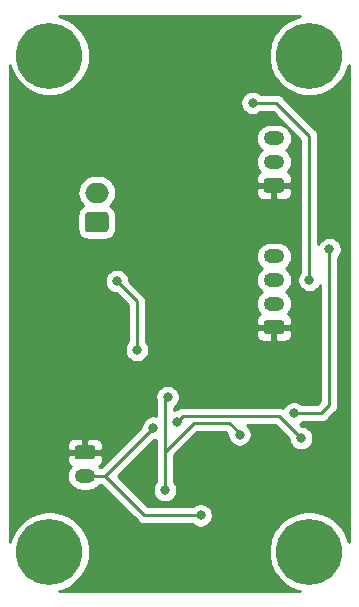
<source format=gbr>
%TF.GenerationSoftware,KiCad,Pcbnew,(5.1.12)-1*%
%TF.CreationDate,2023-02-18T19:15:58+02:00*%
%TF.ProjectId,BatteryPowerPCB_SPV,42617474-6572-4795-906f-776572504342,rev?*%
%TF.SameCoordinates,Original*%
%TF.FileFunction,Copper,L2,Bot*%
%TF.FilePolarity,Positive*%
%FSLAX46Y46*%
G04 Gerber Fmt 4.6, Leading zero omitted, Abs format (unit mm)*
G04 Created by KiCad (PCBNEW (5.1.12)-1) date 2023-02-18 19:15:58*
%MOMM*%
%LPD*%
G01*
G04 APERTURE LIST*
%TA.AperFunction,ComponentPad*%
%ADD10C,5.600000*%
%TD*%
%TA.AperFunction,ComponentPad*%
%ADD11O,2.000000X1.700000*%
%TD*%
%TA.AperFunction,ComponentPad*%
%ADD12O,1.750000X1.200000*%
%TD*%
%TA.AperFunction,ViaPad*%
%ADD13C,0.800000*%
%TD*%
%TA.AperFunction,Conductor*%
%ADD14C,0.250000*%
%TD*%
%TA.AperFunction,Conductor*%
%ADD15C,0.254000*%
%TD*%
%TA.AperFunction,Conductor*%
%ADD16C,0.100000*%
%TD*%
G04 APERTURE END LIST*
D10*
%TO.P,REF\u002A\u002A,1*%
%TO.N,N/C*%
X39000000Y-61000000D03*
%TD*%
%TO.P,REF\u002A\u002A,1*%
%TO.N,N/C*%
X17000000Y-61000000D03*
%TD*%
%TO.P,REF\u002A\u002A,1*%
%TO.N,N/C*%
X39000000Y-19000000D03*
%TD*%
%TO.P,REF\u002A\u002A,1*%
%TO.N,N/C*%
X17000000Y-19000000D03*
%TD*%
%TO.P,J1,1*%
%TO.N,-BATT*%
%TA.AperFunction,ComponentPad*%
G36*
G01*
X21750000Y-33950000D02*
X20250000Y-33950000D01*
G75*
G02*
X20000000Y-33700000I0J250000D01*
G01*
X20000000Y-32500000D01*
G75*
G02*
X20250000Y-32250000I250000J0D01*
G01*
X21750000Y-32250000D01*
G75*
G02*
X22000000Y-32500000I0J-250000D01*
G01*
X22000000Y-33700000D01*
G75*
G02*
X21750000Y-33950000I-250000J0D01*
G01*
G37*
%TD.AperFunction*%
D11*
%TO.P,J1,2*%
%TO.N,Net-(J1-Pad2)*%
X21000000Y-30600000D03*
%TD*%
%TO.P,J2,1*%
%TO.N,GND*%
%TA.AperFunction,ComponentPad*%
G36*
G01*
X19374999Y-52000000D02*
X20625001Y-52000000D01*
G75*
G02*
X20875000Y-52249999I0J-249999D01*
G01*
X20875000Y-52950001D01*
G75*
G02*
X20625001Y-53200000I-249999J0D01*
G01*
X19374999Y-53200000D01*
G75*
G02*
X19125000Y-52950001I0J249999D01*
G01*
X19125000Y-52249999D01*
G75*
G02*
X19374999Y-52000000I249999J0D01*
G01*
G37*
%TD.AperFunction*%
D12*
%TO.P,J2,2*%
%TO.N,Net-(C4-Pad1)*%
X20000000Y-54600000D03*
%TD*%
%TO.P,J3,1*%
%TO.N,GND*%
%TA.AperFunction,ComponentPad*%
G36*
G01*
X36625001Y-42600000D02*
X35374999Y-42600000D01*
G75*
G02*
X35125000Y-42350001I0J249999D01*
G01*
X35125000Y-41649999D01*
G75*
G02*
X35374999Y-41400000I249999J0D01*
G01*
X36625001Y-41400000D01*
G75*
G02*
X36875000Y-41649999I0J-249999D01*
G01*
X36875000Y-42350001D01*
G75*
G02*
X36625001Y-42600000I-249999J0D01*
G01*
G37*
%TD.AperFunction*%
%TO.P,J3,2*%
%TO.N,/SDA_DQ*%
X36000000Y-40000000D03*
%TO.P,J3,3*%
%TO.N,/SCL*%
X36000000Y-38000000D03*
%TO.P,J3,4*%
%TO.N,/INT*%
X36000000Y-36000000D03*
%TD*%
%TO.P,J4,1*%
%TO.N,GND*%
%TA.AperFunction,ComponentPad*%
G36*
G01*
X36625001Y-30600000D02*
X35374999Y-30600000D01*
G75*
G02*
X35125000Y-30350001I0J249999D01*
G01*
X35125000Y-29649999D01*
G75*
G02*
X35374999Y-29400000I249999J0D01*
G01*
X36625001Y-29400000D01*
G75*
G02*
X36875000Y-29649999I0J-249999D01*
G01*
X36875000Y-30350001D01*
G75*
G02*
X36625001Y-30600000I-249999J0D01*
G01*
G37*
%TD.AperFunction*%
%TO.P,J4,2*%
%TO.N,+3V3*%
X36000000Y-28000000D03*
%TO.P,J4,3*%
%TO.N,/BATT_OUT*%
X36000000Y-26000000D03*
%TD*%
D13*
%TO.N,GND*%
X30000000Y-46100000D03*
X21200000Y-48300000D03*
X31500000Y-56800000D03*
X19500000Y-43800000D03*
X38400000Y-53500000D03*
X37500000Y-47700000D03*
X17600000Y-28800000D03*
X16000000Y-28800000D03*
X16000000Y-30200000D03*
X40500000Y-28900000D03*
X40500000Y-30200000D03*
X38300000Y-44300000D03*
X41600000Y-51400000D03*
X41600000Y-53300000D03*
X28200000Y-56700000D03*
X19300000Y-48300000D03*
X35300000Y-20400000D03*
X35300000Y-16600000D03*
X19900000Y-39500000D03*
X28600000Y-25100000D03*
%TO.N,+3V3*%
X27800000Y-50000000D03*
X38300000Y-51400000D03*
%TO.N,+BATT*%
X24400000Y-43912500D03*
X22712500Y-38100000D03*
%TO.N,/LDO2_EN*%
X26762500Y-55800000D03*
X27000000Y-47912500D03*
X33100000Y-51100000D03*
%TO.N,/PIO*%
X39000000Y-38000000D03*
X34200000Y-23000000D03*
%TO.N,/~BATT_CONN*%
X37700000Y-49300000D03*
X40700000Y-35400000D03*
%TO.N,Net-(C4-Pad1)*%
X25800000Y-50500000D03*
X29800000Y-57925000D03*
%TD*%
D14*
%TO.N,+3V3*%
X27800000Y-50000000D02*
X28300000Y-49500000D01*
X28300000Y-49500000D02*
X36400000Y-49500000D01*
X36400000Y-49500000D02*
X38300000Y-51400000D01*
%TO.N,+BATT*%
X22712500Y-38100000D02*
X22712500Y-38112500D01*
X24400000Y-39800000D02*
X24400000Y-43912500D01*
X22712500Y-38112500D02*
X24400000Y-39800000D01*
%TO.N,/LDO2_EN*%
X26762500Y-48150000D02*
X27000000Y-47912500D01*
X26762500Y-53100000D02*
X26762500Y-48150000D01*
X26762500Y-55800000D02*
X26762500Y-55237500D01*
X26762500Y-52537500D02*
X29200000Y-50100000D01*
X33100000Y-51100000D02*
X33100000Y-51000000D01*
X32200000Y-50100000D02*
X29200000Y-50100000D01*
X33100000Y-51000000D02*
X32200000Y-50100000D01*
X26762500Y-53100000D02*
X26762500Y-55800000D01*
%TO.N,/PIO*%
X39000000Y-38000000D02*
X39000000Y-36300000D01*
X39000000Y-36300000D02*
X39000000Y-25800000D01*
X36200000Y-23000000D02*
X34200000Y-23000000D01*
X39000000Y-25800000D02*
X36200000Y-23000000D01*
%TO.N,/~BATT_CONN*%
X37700000Y-49300000D02*
X40000000Y-49300000D01*
X40700000Y-48600000D02*
X40700000Y-35400000D01*
X40000000Y-49300000D02*
X40700000Y-48600000D01*
%TO.N,Net-(C4-Pad1)*%
X21700000Y-54600000D02*
X20000000Y-54600000D01*
X25800000Y-50500000D02*
X21700000Y-54600000D01*
X25025000Y-57925000D02*
X29800000Y-57925000D01*
X21700000Y-54600000D02*
X25025000Y-57925000D01*
%TD*%
D15*
%TO.N,GND*%
X37998048Y-15697006D02*
X37372918Y-15955943D01*
X36810315Y-16331862D01*
X36331862Y-16810315D01*
X35955943Y-17372918D01*
X35697006Y-17998048D01*
X35565000Y-18661682D01*
X35565000Y-19338318D01*
X35697006Y-20001952D01*
X35955943Y-20627082D01*
X36331862Y-21189685D01*
X36810315Y-21668138D01*
X37372918Y-22044057D01*
X37998048Y-22302994D01*
X38661682Y-22435000D01*
X39338318Y-22435000D01*
X40001952Y-22302994D01*
X40627082Y-22044057D01*
X41189685Y-21668138D01*
X41668138Y-21189685D01*
X42044057Y-20627082D01*
X42302994Y-20001952D01*
X42340000Y-19815912D01*
X42340001Y-60184093D01*
X42302994Y-59998048D01*
X42044057Y-59372918D01*
X41668138Y-58810315D01*
X41189685Y-58331862D01*
X40627082Y-57955943D01*
X40001952Y-57697006D01*
X39338318Y-57565000D01*
X38661682Y-57565000D01*
X37998048Y-57697006D01*
X37372918Y-57955943D01*
X36810315Y-58331862D01*
X36331862Y-58810315D01*
X35955943Y-59372918D01*
X35697006Y-59998048D01*
X35565000Y-60661682D01*
X35565000Y-61338318D01*
X35697006Y-62001952D01*
X35955943Y-62627082D01*
X36331862Y-63189685D01*
X36810315Y-63668138D01*
X37372918Y-64044057D01*
X37998048Y-64302994D01*
X38184088Y-64340000D01*
X17815912Y-64340000D01*
X18001952Y-64302994D01*
X18627082Y-64044057D01*
X19189685Y-63668138D01*
X19668138Y-63189685D01*
X20044057Y-62627082D01*
X20302994Y-62001952D01*
X20435000Y-61338318D01*
X20435000Y-60661682D01*
X20302994Y-59998048D01*
X20044057Y-59372918D01*
X19668138Y-58810315D01*
X19189685Y-58331862D01*
X18627082Y-57955943D01*
X18001952Y-57697006D01*
X17338318Y-57565000D01*
X16661682Y-57565000D01*
X15998048Y-57697006D01*
X15372918Y-57955943D01*
X14810315Y-58331862D01*
X14331862Y-58810315D01*
X13955943Y-59372918D01*
X13697006Y-59998048D01*
X13660000Y-60184088D01*
X13660000Y-54600000D01*
X18484025Y-54600000D01*
X18507870Y-54842102D01*
X18578489Y-55074901D01*
X18693167Y-55289449D01*
X18847498Y-55477502D01*
X19035551Y-55631833D01*
X19250099Y-55746511D01*
X19482898Y-55817130D01*
X19664335Y-55835000D01*
X20335665Y-55835000D01*
X20517102Y-55817130D01*
X20749901Y-55746511D01*
X20964449Y-55631833D01*
X21152502Y-55477502D01*
X21248933Y-55360000D01*
X21385199Y-55360000D01*
X24461201Y-58436003D01*
X24484999Y-58465001D01*
X24513997Y-58488799D01*
X24600723Y-58559974D01*
X24732753Y-58630546D01*
X24876014Y-58674003D01*
X24987667Y-58685000D01*
X24987676Y-58685000D01*
X25024999Y-58688676D01*
X25062322Y-58685000D01*
X29096289Y-58685000D01*
X29140226Y-58728937D01*
X29309744Y-58842205D01*
X29498102Y-58920226D01*
X29698061Y-58960000D01*
X29901939Y-58960000D01*
X30101898Y-58920226D01*
X30290256Y-58842205D01*
X30459774Y-58728937D01*
X30603937Y-58584774D01*
X30717205Y-58415256D01*
X30795226Y-58226898D01*
X30835000Y-58026939D01*
X30835000Y-57823061D01*
X30795226Y-57623102D01*
X30717205Y-57434744D01*
X30603937Y-57265226D01*
X30459774Y-57121063D01*
X30290256Y-57007795D01*
X30101898Y-56929774D01*
X29901939Y-56890000D01*
X29698061Y-56890000D01*
X29498102Y-56929774D01*
X29309744Y-57007795D01*
X29140226Y-57121063D01*
X29096289Y-57165000D01*
X25339802Y-57165000D01*
X22774801Y-54600000D01*
X25839802Y-51535000D01*
X25901939Y-51535000D01*
X26002500Y-51514997D01*
X26002500Y-52500176D01*
X25998824Y-52537500D01*
X26002500Y-52574824D01*
X26002500Y-53062668D01*
X26002501Y-55096288D01*
X25958563Y-55140226D01*
X25845295Y-55309744D01*
X25767274Y-55498102D01*
X25727500Y-55698061D01*
X25727500Y-55901939D01*
X25767274Y-56101898D01*
X25845295Y-56290256D01*
X25958563Y-56459774D01*
X26102726Y-56603937D01*
X26272244Y-56717205D01*
X26460602Y-56795226D01*
X26660561Y-56835000D01*
X26864439Y-56835000D01*
X27064398Y-56795226D01*
X27252756Y-56717205D01*
X27422274Y-56603937D01*
X27566437Y-56459774D01*
X27679705Y-56290256D01*
X27757726Y-56101898D01*
X27797500Y-55901939D01*
X27797500Y-55698061D01*
X27757726Y-55498102D01*
X27679705Y-55309744D01*
X27566437Y-55140226D01*
X27522500Y-55096289D01*
X27522500Y-52852301D01*
X29514802Y-50860000D01*
X31885199Y-50860000D01*
X32065000Y-51039801D01*
X32065000Y-51201939D01*
X32104774Y-51401898D01*
X32182795Y-51590256D01*
X32296063Y-51759774D01*
X32440226Y-51903937D01*
X32609744Y-52017205D01*
X32798102Y-52095226D01*
X32998061Y-52135000D01*
X33201939Y-52135000D01*
X33401898Y-52095226D01*
X33590256Y-52017205D01*
X33759774Y-51903937D01*
X33903937Y-51759774D01*
X34017205Y-51590256D01*
X34095226Y-51401898D01*
X34135000Y-51201939D01*
X34135000Y-50998061D01*
X34095226Y-50798102D01*
X34017205Y-50609744D01*
X33903937Y-50440226D01*
X33759774Y-50296063D01*
X33705802Y-50260000D01*
X36085199Y-50260000D01*
X37265000Y-51439802D01*
X37265000Y-51501939D01*
X37304774Y-51701898D01*
X37382795Y-51890256D01*
X37496063Y-52059774D01*
X37640226Y-52203937D01*
X37809744Y-52317205D01*
X37998102Y-52395226D01*
X38198061Y-52435000D01*
X38401939Y-52435000D01*
X38601898Y-52395226D01*
X38790256Y-52317205D01*
X38959774Y-52203937D01*
X39103937Y-52059774D01*
X39217205Y-51890256D01*
X39295226Y-51701898D01*
X39335000Y-51501939D01*
X39335000Y-51298061D01*
X39295226Y-51098102D01*
X39217205Y-50909744D01*
X39103937Y-50740226D01*
X38959774Y-50596063D01*
X38790256Y-50482795D01*
X38601898Y-50404774D01*
X38401939Y-50365000D01*
X38339802Y-50365000D01*
X38191305Y-50216504D01*
X38359774Y-50103937D01*
X38403711Y-50060000D01*
X39962678Y-50060000D01*
X40000000Y-50063676D01*
X40037322Y-50060000D01*
X40037333Y-50060000D01*
X40148986Y-50049003D01*
X40292247Y-50005546D01*
X40424276Y-49934974D01*
X40540001Y-49840001D01*
X40563803Y-49810998D01*
X41211009Y-49163794D01*
X41240001Y-49140001D01*
X41263795Y-49111008D01*
X41263799Y-49111004D01*
X41334973Y-49024277D01*
X41334974Y-49024276D01*
X41405546Y-48892247D01*
X41449003Y-48748986D01*
X41460000Y-48637333D01*
X41460000Y-48637324D01*
X41463676Y-48600001D01*
X41460000Y-48562678D01*
X41460000Y-36103711D01*
X41503937Y-36059774D01*
X41617205Y-35890256D01*
X41695226Y-35701898D01*
X41735000Y-35501939D01*
X41735000Y-35298061D01*
X41695226Y-35098102D01*
X41617205Y-34909744D01*
X41503937Y-34740226D01*
X41359774Y-34596063D01*
X41190256Y-34482795D01*
X41001898Y-34404774D01*
X40801939Y-34365000D01*
X40598061Y-34365000D01*
X40398102Y-34404774D01*
X40209744Y-34482795D01*
X40040226Y-34596063D01*
X39896063Y-34740226D01*
X39782795Y-34909744D01*
X39760000Y-34964776D01*
X39760000Y-25837323D01*
X39763676Y-25800000D01*
X39760000Y-25762677D01*
X39760000Y-25762667D01*
X39749003Y-25651014D01*
X39705546Y-25507753D01*
X39634974Y-25375723D01*
X39563799Y-25288997D01*
X39540001Y-25259999D01*
X39511003Y-25236201D01*
X36763804Y-22489003D01*
X36740001Y-22459999D01*
X36624276Y-22365026D01*
X36492247Y-22294454D01*
X36348986Y-22250997D01*
X36237333Y-22240000D01*
X36237322Y-22240000D01*
X36200000Y-22236324D01*
X36162678Y-22240000D01*
X34903711Y-22240000D01*
X34859774Y-22196063D01*
X34690256Y-22082795D01*
X34501898Y-22004774D01*
X34301939Y-21965000D01*
X34098061Y-21965000D01*
X33898102Y-22004774D01*
X33709744Y-22082795D01*
X33540226Y-22196063D01*
X33396063Y-22340226D01*
X33282795Y-22509744D01*
X33204774Y-22698102D01*
X33165000Y-22898061D01*
X33165000Y-23101939D01*
X33204774Y-23301898D01*
X33282795Y-23490256D01*
X33396063Y-23659774D01*
X33540226Y-23803937D01*
X33709744Y-23917205D01*
X33898102Y-23995226D01*
X34098061Y-24035000D01*
X34301939Y-24035000D01*
X34501898Y-23995226D01*
X34690256Y-23917205D01*
X34859774Y-23803937D01*
X34903711Y-23760000D01*
X35885199Y-23760000D01*
X38240001Y-26114803D01*
X38240000Y-36337332D01*
X38240001Y-36337342D01*
X38240000Y-37296289D01*
X38196063Y-37340226D01*
X38082795Y-37509744D01*
X38004774Y-37698102D01*
X37965000Y-37898061D01*
X37965000Y-38101939D01*
X38004774Y-38301898D01*
X38082795Y-38490256D01*
X38196063Y-38659774D01*
X38340226Y-38803937D01*
X38509744Y-38917205D01*
X38698102Y-38995226D01*
X38898061Y-39035000D01*
X39101939Y-39035000D01*
X39301898Y-38995226D01*
X39490256Y-38917205D01*
X39659774Y-38803937D01*
X39803937Y-38659774D01*
X39917205Y-38490256D01*
X39940001Y-38435223D01*
X39940000Y-48285198D01*
X39685198Y-48540000D01*
X38403711Y-48540000D01*
X38359774Y-48496063D01*
X38190256Y-48382795D01*
X38001898Y-48304774D01*
X37801939Y-48265000D01*
X37598061Y-48265000D01*
X37398102Y-48304774D01*
X37209744Y-48382795D01*
X37040226Y-48496063D01*
X36896063Y-48640226D01*
X36782795Y-48809744D01*
X36771567Y-48836852D01*
X36692247Y-48794454D01*
X36548986Y-48750997D01*
X36437333Y-48740000D01*
X36437322Y-48740000D01*
X36400000Y-48736324D01*
X36362678Y-48740000D01*
X28337325Y-48740000D01*
X28300000Y-48736324D01*
X28262675Y-48740000D01*
X28262667Y-48740000D01*
X28151014Y-48750997D01*
X28007753Y-48794454D01*
X27875724Y-48865026D01*
X27759999Y-48959999D01*
X27755895Y-48965000D01*
X27698061Y-48965000D01*
X27522500Y-48999921D01*
X27522500Y-48808160D01*
X27659774Y-48716437D01*
X27803937Y-48572274D01*
X27917205Y-48402756D01*
X27995226Y-48214398D01*
X28035000Y-48014439D01*
X28035000Y-47810561D01*
X27995226Y-47610602D01*
X27917205Y-47422244D01*
X27803937Y-47252726D01*
X27659774Y-47108563D01*
X27490256Y-46995295D01*
X27301898Y-46917274D01*
X27101939Y-46877500D01*
X26898061Y-46877500D01*
X26698102Y-46917274D01*
X26509744Y-46995295D01*
X26340226Y-47108563D01*
X26196063Y-47252726D01*
X26082795Y-47422244D01*
X26004774Y-47610602D01*
X25965000Y-47810561D01*
X25965000Y-48014439D01*
X26002501Y-48202971D01*
X26002501Y-49485003D01*
X25901939Y-49465000D01*
X25698061Y-49465000D01*
X25498102Y-49504774D01*
X25309744Y-49582795D01*
X25140226Y-49696063D01*
X24996063Y-49840226D01*
X24882795Y-50009744D01*
X24804774Y-50198102D01*
X24765000Y-50398061D01*
X24765000Y-50460198D01*
X21385199Y-53840000D01*
X21248933Y-53840000D01*
X21180564Y-53756691D01*
X21229494Y-53730537D01*
X21326185Y-53651185D01*
X21405537Y-53554494D01*
X21464502Y-53444180D01*
X21500812Y-53324482D01*
X21513072Y-53200000D01*
X21510000Y-52885750D01*
X21351250Y-52727000D01*
X20127000Y-52727000D01*
X20127000Y-52747000D01*
X19873000Y-52747000D01*
X19873000Y-52727000D01*
X18648750Y-52727000D01*
X18490000Y-52885750D01*
X18486928Y-53200000D01*
X18499188Y-53324482D01*
X18535498Y-53444180D01*
X18594463Y-53554494D01*
X18673815Y-53651185D01*
X18770506Y-53730537D01*
X18819436Y-53756691D01*
X18693167Y-53910551D01*
X18578489Y-54125099D01*
X18507870Y-54357898D01*
X18484025Y-54600000D01*
X13660000Y-54600000D01*
X13660000Y-52000000D01*
X18486928Y-52000000D01*
X18490000Y-52314250D01*
X18648750Y-52473000D01*
X19873000Y-52473000D01*
X19873000Y-51523750D01*
X20127000Y-51523750D01*
X20127000Y-52473000D01*
X21351250Y-52473000D01*
X21510000Y-52314250D01*
X21513072Y-52000000D01*
X21500812Y-51875518D01*
X21464502Y-51755820D01*
X21405537Y-51645506D01*
X21326185Y-51548815D01*
X21229494Y-51469463D01*
X21119180Y-51410498D01*
X20999482Y-51374188D01*
X20875000Y-51361928D01*
X20285750Y-51365000D01*
X20127000Y-51523750D01*
X19873000Y-51523750D01*
X19714250Y-51365000D01*
X19125000Y-51361928D01*
X19000518Y-51374188D01*
X18880820Y-51410498D01*
X18770506Y-51469463D01*
X18673815Y-51548815D01*
X18594463Y-51645506D01*
X18535498Y-51755820D01*
X18499188Y-51875518D01*
X18486928Y-52000000D01*
X13660000Y-52000000D01*
X13660000Y-37998061D01*
X21677500Y-37998061D01*
X21677500Y-38201939D01*
X21717274Y-38401898D01*
X21795295Y-38590256D01*
X21908563Y-38759774D01*
X22052726Y-38903937D01*
X22222244Y-39017205D01*
X22410602Y-39095226D01*
X22610561Y-39135000D01*
X22660198Y-39135000D01*
X23640000Y-40114803D01*
X23640001Y-43208788D01*
X23596063Y-43252726D01*
X23482795Y-43422244D01*
X23404774Y-43610602D01*
X23365000Y-43810561D01*
X23365000Y-44014439D01*
X23404774Y-44214398D01*
X23482795Y-44402756D01*
X23596063Y-44572274D01*
X23740226Y-44716437D01*
X23909744Y-44829705D01*
X24098102Y-44907726D01*
X24298061Y-44947500D01*
X24501939Y-44947500D01*
X24701898Y-44907726D01*
X24890256Y-44829705D01*
X25059774Y-44716437D01*
X25203937Y-44572274D01*
X25317205Y-44402756D01*
X25395226Y-44214398D01*
X25435000Y-44014439D01*
X25435000Y-43810561D01*
X25395226Y-43610602D01*
X25317205Y-43422244D01*
X25203937Y-43252726D01*
X25160000Y-43208789D01*
X25160000Y-42600000D01*
X34486928Y-42600000D01*
X34499188Y-42724482D01*
X34535498Y-42844180D01*
X34594463Y-42954494D01*
X34673815Y-43051185D01*
X34770506Y-43130537D01*
X34880820Y-43189502D01*
X35000518Y-43225812D01*
X35125000Y-43238072D01*
X35714250Y-43235000D01*
X35873000Y-43076250D01*
X35873000Y-42127000D01*
X36127000Y-42127000D01*
X36127000Y-43076250D01*
X36285750Y-43235000D01*
X36875000Y-43238072D01*
X36999482Y-43225812D01*
X37119180Y-43189502D01*
X37229494Y-43130537D01*
X37326185Y-43051185D01*
X37405537Y-42954494D01*
X37464502Y-42844180D01*
X37500812Y-42724482D01*
X37513072Y-42600000D01*
X37510000Y-42285750D01*
X37351250Y-42127000D01*
X36127000Y-42127000D01*
X35873000Y-42127000D01*
X34648750Y-42127000D01*
X34490000Y-42285750D01*
X34486928Y-42600000D01*
X25160000Y-42600000D01*
X25160000Y-39837322D01*
X25163676Y-39799999D01*
X25160000Y-39762676D01*
X25160000Y-39762667D01*
X25149003Y-39651014D01*
X25105546Y-39507753D01*
X25034974Y-39375724D01*
X24981488Y-39310551D01*
X24963799Y-39288996D01*
X24963795Y-39288992D01*
X24940001Y-39259999D01*
X24911009Y-39236206D01*
X23747500Y-38072698D01*
X23747500Y-37998061D01*
X23707726Y-37798102D01*
X23629705Y-37609744D01*
X23516437Y-37440226D01*
X23372274Y-37296063D01*
X23202756Y-37182795D01*
X23014398Y-37104774D01*
X22814439Y-37065000D01*
X22610561Y-37065000D01*
X22410602Y-37104774D01*
X22222244Y-37182795D01*
X22052726Y-37296063D01*
X21908563Y-37440226D01*
X21795295Y-37609744D01*
X21717274Y-37798102D01*
X21677500Y-37998061D01*
X13660000Y-37998061D01*
X13660000Y-36000000D01*
X34484025Y-36000000D01*
X34507870Y-36242102D01*
X34578489Y-36474901D01*
X34693167Y-36689449D01*
X34847498Y-36877502D01*
X34996762Y-37000000D01*
X34847498Y-37122498D01*
X34693167Y-37310551D01*
X34578489Y-37525099D01*
X34507870Y-37757898D01*
X34484025Y-38000000D01*
X34507870Y-38242102D01*
X34578489Y-38474901D01*
X34693167Y-38689449D01*
X34847498Y-38877502D01*
X34996762Y-39000000D01*
X34847498Y-39122498D01*
X34693167Y-39310551D01*
X34578489Y-39525099D01*
X34507870Y-39757898D01*
X34484025Y-40000000D01*
X34507870Y-40242102D01*
X34578489Y-40474901D01*
X34693167Y-40689449D01*
X34819436Y-40843309D01*
X34770506Y-40869463D01*
X34673815Y-40948815D01*
X34594463Y-41045506D01*
X34535498Y-41155820D01*
X34499188Y-41275518D01*
X34486928Y-41400000D01*
X34490000Y-41714250D01*
X34648750Y-41873000D01*
X35873000Y-41873000D01*
X35873000Y-41853000D01*
X36127000Y-41853000D01*
X36127000Y-41873000D01*
X37351250Y-41873000D01*
X37510000Y-41714250D01*
X37513072Y-41400000D01*
X37500812Y-41275518D01*
X37464502Y-41155820D01*
X37405537Y-41045506D01*
X37326185Y-40948815D01*
X37229494Y-40869463D01*
X37180564Y-40843309D01*
X37306833Y-40689449D01*
X37421511Y-40474901D01*
X37492130Y-40242102D01*
X37515975Y-40000000D01*
X37492130Y-39757898D01*
X37421511Y-39525099D01*
X37306833Y-39310551D01*
X37152502Y-39122498D01*
X37003238Y-39000000D01*
X37152502Y-38877502D01*
X37306833Y-38689449D01*
X37421511Y-38474901D01*
X37492130Y-38242102D01*
X37515975Y-38000000D01*
X37492130Y-37757898D01*
X37421511Y-37525099D01*
X37306833Y-37310551D01*
X37152502Y-37122498D01*
X37003238Y-37000000D01*
X37152502Y-36877502D01*
X37306833Y-36689449D01*
X37421511Y-36474901D01*
X37492130Y-36242102D01*
X37515975Y-36000000D01*
X37492130Y-35757898D01*
X37421511Y-35525099D01*
X37306833Y-35310551D01*
X37152502Y-35122498D01*
X36964449Y-34968167D01*
X36749901Y-34853489D01*
X36517102Y-34782870D01*
X36335665Y-34765000D01*
X35664335Y-34765000D01*
X35482898Y-34782870D01*
X35250099Y-34853489D01*
X35035551Y-34968167D01*
X34847498Y-35122498D01*
X34693167Y-35310551D01*
X34578489Y-35525099D01*
X34507870Y-35757898D01*
X34484025Y-36000000D01*
X13660000Y-36000000D01*
X13660000Y-30600000D01*
X19357815Y-30600000D01*
X19386487Y-30891111D01*
X19471401Y-31171034D01*
X19609294Y-31429014D01*
X19794866Y-31655134D01*
X19858337Y-31707223D01*
X19756614Y-31761595D01*
X19622038Y-31872038D01*
X19511595Y-32006614D01*
X19429528Y-32160150D01*
X19378992Y-32326746D01*
X19361928Y-32500000D01*
X19361928Y-33700000D01*
X19378992Y-33873254D01*
X19429528Y-34039850D01*
X19511595Y-34193386D01*
X19622038Y-34327962D01*
X19756614Y-34438405D01*
X19910150Y-34520472D01*
X20076746Y-34571008D01*
X20250000Y-34588072D01*
X21750000Y-34588072D01*
X21923254Y-34571008D01*
X22089850Y-34520472D01*
X22243386Y-34438405D01*
X22377962Y-34327962D01*
X22488405Y-34193386D01*
X22570472Y-34039850D01*
X22621008Y-33873254D01*
X22638072Y-33700000D01*
X22638072Y-32500000D01*
X22621008Y-32326746D01*
X22570472Y-32160150D01*
X22488405Y-32006614D01*
X22377962Y-31872038D01*
X22243386Y-31761595D01*
X22141663Y-31707223D01*
X22205134Y-31655134D01*
X22390706Y-31429014D01*
X22528599Y-31171034D01*
X22613513Y-30891111D01*
X22642185Y-30600000D01*
X34486928Y-30600000D01*
X34499188Y-30724482D01*
X34535498Y-30844180D01*
X34594463Y-30954494D01*
X34673815Y-31051185D01*
X34770506Y-31130537D01*
X34880820Y-31189502D01*
X35000518Y-31225812D01*
X35125000Y-31238072D01*
X35714250Y-31235000D01*
X35873000Y-31076250D01*
X35873000Y-30127000D01*
X36127000Y-30127000D01*
X36127000Y-31076250D01*
X36285750Y-31235000D01*
X36875000Y-31238072D01*
X36999482Y-31225812D01*
X37119180Y-31189502D01*
X37229494Y-31130537D01*
X37326185Y-31051185D01*
X37405537Y-30954494D01*
X37464502Y-30844180D01*
X37500812Y-30724482D01*
X37513072Y-30600000D01*
X37510000Y-30285750D01*
X37351250Y-30127000D01*
X36127000Y-30127000D01*
X35873000Y-30127000D01*
X34648750Y-30127000D01*
X34490000Y-30285750D01*
X34486928Y-30600000D01*
X22642185Y-30600000D01*
X22613513Y-30308889D01*
X22528599Y-30028966D01*
X22390706Y-29770986D01*
X22205134Y-29544866D01*
X21979014Y-29359294D01*
X21721034Y-29221401D01*
X21441111Y-29136487D01*
X21222950Y-29115000D01*
X20777050Y-29115000D01*
X20558889Y-29136487D01*
X20278966Y-29221401D01*
X20020986Y-29359294D01*
X19794866Y-29544866D01*
X19609294Y-29770986D01*
X19471401Y-30028966D01*
X19386487Y-30308889D01*
X19357815Y-30600000D01*
X13660000Y-30600000D01*
X13660000Y-26000000D01*
X34484025Y-26000000D01*
X34507870Y-26242102D01*
X34578489Y-26474901D01*
X34693167Y-26689449D01*
X34847498Y-26877502D01*
X34996762Y-27000000D01*
X34847498Y-27122498D01*
X34693167Y-27310551D01*
X34578489Y-27525099D01*
X34507870Y-27757898D01*
X34484025Y-28000000D01*
X34507870Y-28242102D01*
X34578489Y-28474901D01*
X34693167Y-28689449D01*
X34819436Y-28843309D01*
X34770506Y-28869463D01*
X34673815Y-28948815D01*
X34594463Y-29045506D01*
X34535498Y-29155820D01*
X34499188Y-29275518D01*
X34486928Y-29400000D01*
X34490000Y-29714250D01*
X34648750Y-29873000D01*
X35873000Y-29873000D01*
X35873000Y-29853000D01*
X36127000Y-29853000D01*
X36127000Y-29873000D01*
X37351250Y-29873000D01*
X37510000Y-29714250D01*
X37513072Y-29400000D01*
X37500812Y-29275518D01*
X37464502Y-29155820D01*
X37405537Y-29045506D01*
X37326185Y-28948815D01*
X37229494Y-28869463D01*
X37180564Y-28843309D01*
X37306833Y-28689449D01*
X37421511Y-28474901D01*
X37492130Y-28242102D01*
X37515975Y-28000000D01*
X37492130Y-27757898D01*
X37421511Y-27525099D01*
X37306833Y-27310551D01*
X37152502Y-27122498D01*
X37003238Y-27000000D01*
X37152502Y-26877502D01*
X37306833Y-26689449D01*
X37421511Y-26474901D01*
X37492130Y-26242102D01*
X37515975Y-26000000D01*
X37492130Y-25757898D01*
X37421511Y-25525099D01*
X37306833Y-25310551D01*
X37152502Y-25122498D01*
X36964449Y-24968167D01*
X36749901Y-24853489D01*
X36517102Y-24782870D01*
X36335665Y-24765000D01*
X35664335Y-24765000D01*
X35482898Y-24782870D01*
X35250099Y-24853489D01*
X35035551Y-24968167D01*
X34847498Y-25122498D01*
X34693167Y-25310551D01*
X34578489Y-25525099D01*
X34507870Y-25757898D01*
X34484025Y-26000000D01*
X13660000Y-26000000D01*
X13660000Y-19815912D01*
X13697006Y-20001952D01*
X13955943Y-20627082D01*
X14331862Y-21189685D01*
X14810315Y-21668138D01*
X15372918Y-22044057D01*
X15998048Y-22302994D01*
X16661682Y-22435000D01*
X17338318Y-22435000D01*
X18001952Y-22302994D01*
X18627082Y-22044057D01*
X19189685Y-21668138D01*
X19668138Y-21189685D01*
X20044057Y-20627082D01*
X20302994Y-20001952D01*
X20435000Y-19338318D01*
X20435000Y-18661682D01*
X20302994Y-17998048D01*
X20044057Y-17372918D01*
X19668138Y-16810315D01*
X19189685Y-16331862D01*
X18627082Y-15955943D01*
X18001952Y-15697006D01*
X17815912Y-15660000D01*
X38184088Y-15660000D01*
X37998048Y-15697006D01*
%TA.AperFunction,Conductor*%
D16*
G36*
X37998048Y-15697006D02*
G01*
X37372918Y-15955943D01*
X36810315Y-16331862D01*
X36331862Y-16810315D01*
X35955943Y-17372918D01*
X35697006Y-17998048D01*
X35565000Y-18661682D01*
X35565000Y-19338318D01*
X35697006Y-20001952D01*
X35955943Y-20627082D01*
X36331862Y-21189685D01*
X36810315Y-21668138D01*
X37372918Y-22044057D01*
X37998048Y-22302994D01*
X38661682Y-22435000D01*
X39338318Y-22435000D01*
X40001952Y-22302994D01*
X40627082Y-22044057D01*
X41189685Y-21668138D01*
X41668138Y-21189685D01*
X42044057Y-20627082D01*
X42302994Y-20001952D01*
X42340000Y-19815912D01*
X42340001Y-60184093D01*
X42302994Y-59998048D01*
X42044057Y-59372918D01*
X41668138Y-58810315D01*
X41189685Y-58331862D01*
X40627082Y-57955943D01*
X40001952Y-57697006D01*
X39338318Y-57565000D01*
X38661682Y-57565000D01*
X37998048Y-57697006D01*
X37372918Y-57955943D01*
X36810315Y-58331862D01*
X36331862Y-58810315D01*
X35955943Y-59372918D01*
X35697006Y-59998048D01*
X35565000Y-60661682D01*
X35565000Y-61338318D01*
X35697006Y-62001952D01*
X35955943Y-62627082D01*
X36331862Y-63189685D01*
X36810315Y-63668138D01*
X37372918Y-64044057D01*
X37998048Y-64302994D01*
X38184088Y-64340000D01*
X17815912Y-64340000D01*
X18001952Y-64302994D01*
X18627082Y-64044057D01*
X19189685Y-63668138D01*
X19668138Y-63189685D01*
X20044057Y-62627082D01*
X20302994Y-62001952D01*
X20435000Y-61338318D01*
X20435000Y-60661682D01*
X20302994Y-59998048D01*
X20044057Y-59372918D01*
X19668138Y-58810315D01*
X19189685Y-58331862D01*
X18627082Y-57955943D01*
X18001952Y-57697006D01*
X17338318Y-57565000D01*
X16661682Y-57565000D01*
X15998048Y-57697006D01*
X15372918Y-57955943D01*
X14810315Y-58331862D01*
X14331862Y-58810315D01*
X13955943Y-59372918D01*
X13697006Y-59998048D01*
X13660000Y-60184088D01*
X13660000Y-54600000D01*
X18484025Y-54600000D01*
X18507870Y-54842102D01*
X18578489Y-55074901D01*
X18693167Y-55289449D01*
X18847498Y-55477502D01*
X19035551Y-55631833D01*
X19250099Y-55746511D01*
X19482898Y-55817130D01*
X19664335Y-55835000D01*
X20335665Y-55835000D01*
X20517102Y-55817130D01*
X20749901Y-55746511D01*
X20964449Y-55631833D01*
X21152502Y-55477502D01*
X21248933Y-55360000D01*
X21385199Y-55360000D01*
X24461201Y-58436003D01*
X24484999Y-58465001D01*
X24513997Y-58488799D01*
X24600723Y-58559974D01*
X24732753Y-58630546D01*
X24876014Y-58674003D01*
X24987667Y-58685000D01*
X24987676Y-58685000D01*
X25024999Y-58688676D01*
X25062322Y-58685000D01*
X29096289Y-58685000D01*
X29140226Y-58728937D01*
X29309744Y-58842205D01*
X29498102Y-58920226D01*
X29698061Y-58960000D01*
X29901939Y-58960000D01*
X30101898Y-58920226D01*
X30290256Y-58842205D01*
X30459774Y-58728937D01*
X30603937Y-58584774D01*
X30717205Y-58415256D01*
X30795226Y-58226898D01*
X30835000Y-58026939D01*
X30835000Y-57823061D01*
X30795226Y-57623102D01*
X30717205Y-57434744D01*
X30603937Y-57265226D01*
X30459774Y-57121063D01*
X30290256Y-57007795D01*
X30101898Y-56929774D01*
X29901939Y-56890000D01*
X29698061Y-56890000D01*
X29498102Y-56929774D01*
X29309744Y-57007795D01*
X29140226Y-57121063D01*
X29096289Y-57165000D01*
X25339802Y-57165000D01*
X22774801Y-54600000D01*
X25839802Y-51535000D01*
X25901939Y-51535000D01*
X26002500Y-51514997D01*
X26002500Y-52500176D01*
X25998824Y-52537500D01*
X26002500Y-52574824D01*
X26002500Y-53062668D01*
X26002501Y-55096288D01*
X25958563Y-55140226D01*
X25845295Y-55309744D01*
X25767274Y-55498102D01*
X25727500Y-55698061D01*
X25727500Y-55901939D01*
X25767274Y-56101898D01*
X25845295Y-56290256D01*
X25958563Y-56459774D01*
X26102726Y-56603937D01*
X26272244Y-56717205D01*
X26460602Y-56795226D01*
X26660561Y-56835000D01*
X26864439Y-56835000D01*
X27064398Y-56795226D01*
X27252756Y-56717205D01*
X27422274Y-56603937D01*
X27566437Y-56459774D01*
X27679705Y-56290256D01*
X27757726Y-56101898D01*
X27797500Y-55901939D01*
X27797500Y-55698061D01*
X27757726Y-55498102D01*
X27679705Y-55309744D01*
X27566437Y-55140226D01*
X27522500Y-55096289D01*
X27522500Y-52852301D01*
X29514802Y-50860000D01*
X31885199Y-50860000D01*
X32065000Y-51039801D01*
X32065000Y-51201939D01*
X32104774Y-51401898D01*
X32182795Y-51590256D01*
X32296063Y-51759774D01*
X32440226Y-51903937D01*
X32609744Y-52017205D01*
X32798102Y-52095226D01*
X32998061Y-52135000D01*
X33201939Y-52135000D01*
X33401898Y-52095226D01*
X33590256Y-52017205D01*
X33759774Y-51903937D01*
X33903937Y-51759774D01*
X34017205Y-51590256D01*
X34095226Y-51401898D01*
X34135000Y-51201939D01*
X34135000Y-50998061D01*
X34095226Y-50798102D01*
X34017205Y-50609744D01*
X33903937Y-50440226D01*
X33759774Y-50296063D01*
X33705802Y-50260000D01*
X36085199Y-50260000D01*
X37265000Y-51439802D01*
X37265000Y-51501939D01*
X37304774Y-51701898D01*
X37382795Y-51890256D01*
X37496063Y-52059774D01*
X37640226Y-52203937D01*
X37809744Y-52317205D01*
X37998102Y-52395226D01*
X38198061Y-52435000D01*
X38401939Y-52435000D01*
X38601898Y-52395226D01*
X38790256Y-52317205D01*
X38959774Y-52203937D01*
X39103937Y-52059774D01*
X39217205Y-51890256D01*
X39295226Y-51701898D01*
X39335000Y-51501939D01*
X39335000Y-51298061D01*
X39295226Y-51098102D01*
X39217205Y-50909744D01*
X39103937Y-50740226D01*
X38959774Y-50596063D01*
X38790256Y-50482795D01*
X38601898Y-50404774D01*
X38401939Y-50365000D01*
X38339802Y-50365000D01*
X38191305Y-50216504D01*
X38359774Y-50103937D01*
X38403711Y-50060000D01*
X39962678Y-50060000D01*
X40000000Y-50063676D01*
X40037322Y-50060000D01*
X40037333Y-50060000D01*
X40148986Y-50049003D01*
X40292247Y-50005546D01*
X40424276Y-49934974D01*
X40540001Y-49840001D01*
X40563803Y-49810998D01*
X41211009Y-49163794D01*
X41240001Y-49140001D01*
X41263795Y-49111008D01*
X41263799Y-49111004D01*
X41334973Y-49024277D01*
X41334974Y-49024276D01*
X41405546Y-48892247D01*
X41449003Y-48748986D01*
X41460000Y-48637333D01*
X41460000Y-48637324D01*
X41463676Y-48600001D01*
X41460000Y-48562678D01*
X41460000Y-36103711D01*
X41503937Y-36059774D01*
X41617205Y-35890256D01*
X41695226Y-35701898D01*
X41735000Y-35501939D01*
X41735000Y-35298061D01*
X41695226Y-35098102D01*
X41617205Y-34909744D01*
X41503937Y-34740226D01*
X41359774Y-34596063D01*
X41190256Y-34482795D01*
X41001898Y-34404774D01*
X40801939Y-34365000D01*
X40598061Y-34365000D01*
X40398102Y-34404774D01*
X40209744Y-34482795D01*
X40040226Y-34596063D01*
X39896063Y-34740226D01*
X39782795Y-34909744D01*
X39760000Y-34964776D01*
X39760000Y-25837323D01*
X39763676Y-25800000D01*
X39760000Y-25762677D01*
X39760000Y-25762667D01*
X39749003Y-25651014D01*
X39705546Y-25507753D01*
X39634974Y-25375723D01*
X39563799Y-25288997D01*
X39540001Y-25259999D01*
X39511003Y-25236201D01*
X36763804Y-22489003D01*
X36740001Y-22459999D01*
X36624276Y-22365026D01*
X36492247Y-22294454D01*
X36348986Y-22250997D01*
X36237333Y-22240000D01*
X36237322Y-22240000D01*
X36200000Y-22236324D01*
X36162678Y-22240000D01*
X34903711Y-22240000D01*
X34859774Y-22196063D01*
X34690256Y-22082795D01*
X34501898Y-22004774D01*
X34301939Y-21965000D01*
X34098061Y-21965000D01*
X33898102Y-22004774D01*
X33709744Y-22082795D01*
X33540226Y-22196063D01*
X33396063Y-22340226D01*
X33282795Y-22509744D01*
X33204774Y-22698102D01*
X33165000Y-22898061D01*
X33165000Y-23101939D01*
X33204774Y-23301898D01*
X33282795Y-23490256D01*
X33396063Y-23659774D01*
X33540226Y-23803937D01*
X33709744Y-23917205D01*
X33898102Y-23995226D01*
X34098061Y-24035000D01*
X34301939Y-24035000D01*
X34501898Y-23995226D01*
X34690256Y-23917205D01*
X34859774Y-23803937D01*
X34903711Y-23760000D01*
X35885199Y-23760000D01*
X38240001Y-26114803D01*
X38240000Y-36337332D01*
X38240001Y-36337342D01*
X38240000Y-37296289D01*
X38196063Y-37340226D01*
X38082795Y-37509744D01*
X38004774Y-37698102D01*
X37965000Y-37898061D01*
X37965000Y-38101939D01*
X38004774Y-38301898D01*
X38082795Y-38490256D01*
X38196063Y-38659774D01*
X38340226Y-38803937D01*
X38509744Y-38917205D01*
X38698102Y-38995226D01*
X38898061Y-39035000D01*
X39101939Y-39035000D01*
X39301898Y-38995226D01*
X39490256Y-38917205D01*
X39659774Y-38803937D01*
X39803937Y-38659774D01*
X39917205Y-38490256D01*
X39940001Y-38435223D01*
X39940000Y-48285198D01*
X39685198Y-48540000D01*
X38403711Y-48540000D01*
X38359774Y-48496063D01*
X38190256Y-48382795D01*
X38001898Y-48304774D01*
X37801939Y-48265000D01*
X37598061Y-48265000D01*
X37398102Y-48304774D01*
X37209744Y-48382795D01*
X37040226Y-48496063D01*
X36896063Y-48640226D01*
X36782795Y-48809744D01*
X36771567Y-48836852D01*
X36692247Y-48794454D01*
X36548986Y-48750997D01*
X36437333Y-48740000D01*
X36437322Y-48740000D01*
X36400000Y-48736324D01*
X36362678Y-48740000D01*
X28337325Y-48740000D01*
X28300000Y-48736324D01*
X28262675Y-48740000D01*
X28262667Y-48740000D01*
X28151014Y-48750997D01*
X28007753Y-48794454D01*
X27875724Y-48865026D01*
X27759999Y-48959999D01*
X27755895Y-48965000D01*
X27698061Y-48965000D01*
X27522500Y-48999921D01*
X27522500Y-48808160D01*
X27659774Y-48716437D01*
X27803937Y-48572274D01*
X27917205Y-48402756D01*
X27995226Y-48214398D01*
X28035000Y-48014439D01*
X28035000Y-47810561D01*
X27995226Y-47610602D01*
X27917205Y-47422244D01*
X27803937Y-47252726D01*
X27659774Y-47108563D01*
X27490256Y-46995295D01*
X27301898Y-46917274D01*
X27101939Y-46877500D01*
X26898061Y-46877500D01*
X26698102Y-46917274D01*
X26509744Y-46995295D01*
X26340226Y-47108563D01*
X26196063Y-47252726D01*
X26082795Y-47422244D01*
X26004774Y-47610602D01*
X25965000Y-47810561D01*
X25965000Y-48014439D01*
X26002501Y-48202971D01*
X26002501Y-49485003D01*
X25901939Y-49465000D01*
X25698061Y-49465000D01*
X25498102Y-49504774D01*
X25309744Y-49582795D01*
X25140226Y-49696063D01*
X24996063Y-49840226D01*
X24882795Y-50009744D01*
X24804774Y-50198102D01*
X24765000Y-50398061D01*
X24765000Y-50460198D01*
X21385199Y-53840000D01*
X21248933Y-53840000D01*
X21180564Y-53756691D01*
X21229494Y-53730537D01*
X21326185Y-53651185D01*
X21405537Y-53554494D01*
X21464502Y-53444180D01*
X21500812Y-53324482D01*
X21513072Y-53200000D01*
X21510000Y-52885750D01*
X21351250Y-52727000D01*
X20127000Y-52727000D01*
X20127000Y-52747000D01*
X19873000Y-52747000D01*
X19873000Y-52727000D01*
X18648750Y-52727000D01*
X18490000Y-52885750D01*
X18486928Y-53200000D01*
X18499188Y-53324482D01*
X18535498Y-53444180D01*
X18594463Y-53554494D01*
X18673815Y-53651185D01*
X18770506Y-53730537D01*
X18819436Y-53756691D01*
X18693167Y-53910551D01*
X18578489Y-54125099D01*
X18507870Y-54357898D01*
X18484025Y-54600000D01*
X13660000Y-54600000D01*
X13660000Y-52000000D01*
X18486928Y-52000000D01*
X18490000Y-52314250D01*
X18648750Y-52473000D01*
X19873000Y-52473000D01*
X19873000Y-51523750D01*
X20127000Y-51523750D01*
X20127000Y-52473000D01*
X21351250Y-52473000D01*
X21510000Y-52314250D01*
X21513072Y-52000000D01*
X21500812Y-51875518D01*
X21464502Y-51755820D01*
X21405537Y-51645506D01*
X21326185Y-51548815D01*
X21229494Y-51469463D01*
X21119180Y-51410498D01*
X20999482Y-51374188D01*
X20875000Y-51361928D01*
X20285750Y-51365000D01*
X20127000Y-51523750D01*
X19873000Y-51523750D01*
X19714250Y-51365000D01*
X19125000Y-51361928D01*
X19000518Y-51374188D01*
X18880820Y-51410498D01*
X18770506Y-51469463D01*
X18673815Y-51548815D01*
X18594463Y-51645506D01*
X18535498Y-51755820D01*
X18499188Y-51875518D01*
X18486928Y-52000000D01*
X13660000Y-52000000D01*
X13660000Y-37998061D01*
X21677500Y-37998061D01*
X21677500Y-38201939D01*
X21717274Y-38401898D01*
X21795295Y-38590256D01*
X21908563Y-38759774D01*
X22052726Y-38903937D01*
X22222244Y-39017205D01*
X22410602Y-39095226D01*
X22610561Y-39135000D01*
X22660198Y-39135000D01*
X23640000Y-40114803D01*
X23640001Y-43208788D01*
X23596063Y-43252726D01*
X23482795Y-43422244D01*
X23404774Y-43610602D01*
X23365000Y-43810561D01*
X23365000Y-44014439D01*
X23404774Y-44214398D01*
X23482795Y-44402756D01*
X23596063Y-44572274D01*
X23740226Y-44716437D01*
X23909744Y-44829705D01*
X24098102Y-44907726D01*
X24298061Y-44947500D01*
X24501939Y-44947500D01*
X24701898Y-44907726D01*
X24890256Y-44829705D01*
X25059774Y-44716437D01*
X25203937Y-44572274D01*
X25317205Y-44402756D01*
X25395226Y-44214398D01*
X25435000Y-44014439D01*
X25435000Y-43810561D01*
X25395226Y-43610602D01*
X25317205Y-43422244D01*
X25203937Y-43252726D01*
X25160000Y-43208789D01*
X25160000Y-42600000D01*
X34486928Y-42600000D01*
X34499188Y-42724482D01*
X34535498Y-42844180D01*
X34594463Y-42954494D01*
X34673815Y-43051185D01*
X34770506Y-43130537D01*
X34880820Y-43189502D01*
X35000518Y-43225812D01*
X35125000Y-43238072D01*
X35714250Y-43235000D01*
X35873000Y-43076250D01*
X35873000Y-42127000D01*
X36127000Y-42127000D01*
X36127000Y-43076250D01*
X36285750Y-43235000D01*
X36875000Y-43238072D01*
X36999482Y-43225812D01*
X37119180Y-43189502D01*
X37229494Y-43130537D01*
X37326185Y-43051185D01*
X37405537Y-42954494D01*
X37464502Y-42844180D01*
X37500812Y-42724482D01*
X37513072Y-42600000D01*
X37510000Y-42285750D01*
X37351250Y-42127000D01*
X36127000Y-42127000D01*
X35873000Y-42127000D01*
X34648750Y-42127000D01*
X34490000Y-42285750D01*
X34486928Y-42600000D01*
X25160000Y-42600000D01*
X25160000Y-39837322D01*
X25163676Y-39799999D01*
X25160000Y-39762676D01*
X25160000Y-39762667D01*
X25149003Y-39651014D01*
X25105546Y-39507753D01*
X25034974Y-39375724D01*
X24981488Y-39310551D01*
X24963799Y-39288996D01*
X24963795Y-39288992D01*
X24940001Y-39259999D01*
X24911009Y-39236206D01*
X23747500Y-38072698D01*
X23747500Y-37998061D01*
X23707726Y-37798102D01*
X23629705Y-37609744D01*
X23516437Y-37440226D01*
X23372274Y-37296063D01*
X23202756Y-37182795D01*
X23014398Y-37104774D01*
X22814439Y-37065000D01*
X22610561Y-37065000D01*
X22410602Y-37104774D01*
X22222244Y-37182795D01*
X22052726Y-37296063D01*
X21908563Y-37440226D01*
X21795295Y-37609744D01*
X21717274Y-37798102D01*
X21677500Y-37998061D01*
X13660000Y-37998061D01*
X13660000Y-36000000D01*
X34484025Y-36000000D01*
X34507870Y-36242102D01*
X34578489Y-36474901D01*
X34693167Y-36689449D01*
X34847498Y-36877502D01*
X34996762Y-37000000D01*
X34847498Y-37122498D01*
X34693167Y-37310551D01*
X34578489Y-37525099D01*
X34507870Y-37757898D01*
X34484025Y-38000000D01*
X34507870Y-38242102D01*
X34578489Y-38474901D01*
X34693167Y-38689449D01*
X34847498Y-38877502D01*
X34996762Y-39000000D01*
X34847498Y-39122498D01*
X34693167Y-39310551D01*
X34578489Y-39525099D01*
X34507870Y-39757898D01*
X34484025Y-40000000D01*
X34507870Y-40242102D01*
X34578489Y-40474901D01*
X34693167Y-40689449D01*
X34819436Y-40843309D01*
X34770506Y-40869463D01*
X34673815Y-40948815D01*
X34594463Y-41045506D01*
X34535498Y-41155820D01*
X34499188Y-41275518D01*
X34486928Y-41400000D01*
X34490000Y-41714250D01*
X34648750Y-41873000D01*
X35873000Y-41873000D01*
X35873000Y-41853000D01*
X36127000Y-41853000D01*
X36127000Y-41873000D01*
X37351250Y-41873000D01*
X37510000Y-41714250D01*
X37513072Y-41400000D01*
X37500812Y-41275518D01*
X37464502Y-41155820D01*
X37405537Y-41045506D01*
X37326185Y-40948815D01*
X37229494Y-40869463D01*
X37180564Y-40843309D01*
X37306833Y-40689449D01*
X37421511Y-40474901D01*
X37492130Y-40242102D01*
X37515975Y-40000000D01*
X37492130Y-39757898D01*
X37421511Y-39525099D01*
X37306833Y-39310551D01*
X37152502Y-39122498D01*
X37003238Y-39000000D01*
X37152502Y-38877502D01*
X37306833Y-38689449D01*
X37421511Y-38474901D01*
X37492130Y-38242102D01*
X37515975Y-38000000D01*
X37492130Y-37757898D01*
X37421511Y-37525099D01*
X37306833Y-37310551D01*
X37152502Y-37122498D01*
X37003238Y-37000000D01*
X37152502Y-36877502D01*
X37306833Y-36689449D01*
X37421511Y-36474901D01*
X37492130Y-36242102D01*
X37515975Y-36000000D01*
X37492130Y-35757898D01*
X37421511Y-35525099D01*
X37306833Y-35310551D01*
X37152502Y-35122498D01*
X36964449Y-34968167D01*
X36749901Y-34853489D01*
X36517102Y-34782870D01*
X36335665Y-34765000D01*
X35664335Y-34765000D01*
X35482898Y-34782870D01*
X35250099Y-34853489D01*
X35035551Y-34968167D01*
X34847498Y-35122498D01*
X34693167Y-35310551D01*
X34578489Y-35525099D01*
X34507870Y-35757898D01*
X34484025Y-36000000D01*
X13660000Y-36000000D01*
X13660000Y-30600000D01*
X19357815Y-30600000D01*
X19386487Y-30891111D01*
X19471401Y-31171034D01*
X19609294Y-31429014D01*
X19794866Y-31655134D01*
X19858337Y-31707223D01*
X19756614Y-31761595D01*
X19622038Y-31872038D01*
X19511595Y-32006614D01*
X19429528Y-32160150D01*
X19378992Y-32326746D01*
X19361928Y-32500000D01*
X19361928Y-33700000D01*
X19378992Y-33873254D01*
X19429528Y-34039850D01*
X19511595Y-34193386D01*
X19622038Y-34327962D01*
X19756614Y-34438405D01*
X19910150Y-34520472D01*
X20076746Y-34571008D01*
X20250000Y-34588072D01*
X21750000Y-34588072D01*
X21923254Y-34571008D01*
X22089850Y-34520472D01*
X22243386Y-34438405D01*
X22377962Y-34327962D01*
X22488405Y-34193386D01*
X22570472Y-34039850D01*
X22621008Y-33873254D01*
X22638072Y-33700000D01*
X22638072Y-32500000D01*
X22621008Y-32326746D01*
X22570472Y-32160150D01*
X22488405Y-32006614D01*
X22377962Y-31872038D01*
X22243386Y-31761595D01*
X22141663Y-31707223D01*
X22205134Y-31655134D01*
X22390706Y-31429014D01*
X22528599Y-31171034D01*
X22613513Y-30891111D01*
X22642185Y-30600000D01*
X34486928Y-30600000D01*
X34499188Y-30724482D01*
X34535498Y-30844180D01*
X34594463Y-30954494D01*
X34673815Y-31051185D01*
X34770506Y-31130537D01*
X34880820Y-31189502D01*
X35000518Y-31225812D01*
X35125000Y-31238072D01*
X35714250Y-31235000D01*
X35873000Y-31076250D01*
X35873000Y-30127000D01*
X36127000Y-30127000D01*
X36127000Y-31076250D01*
X36285750Y-31235000D01*
X36875000Y-31238072D01*
X36999482Y-31225812D01*
X37119180Y-31189502D01*
X37229494Y-31130537D01*
X37326185Y-31051185D01*
X37405537Y-30954494D01*
X37464502Y-30844180D01*
X37500812Y-30724482D01*
X37513072Y-30600000D01*
X37510000Y-30285750D01*
X37351250Y-30127000D01*
X36127000Y-30127000D01*
X35873000Y-30127000D01*
X34648750Y-30127000D01*
X34490000Y-30285750D01*
X34486928Y-30600000D01*
X22642185Y-30600000D01*
X22613513Y-30308889D01*
X22528599Y-30028966D01*
X22390706Y-29770986D01*
X22205134Y-29544866D01*
X21979014Y-29359294D01*
X21721034Y-29221401D01*
X21441111Y-29136487D01*
X21222950Y-29115000D01*
X20777050Y-29115000D01*
X20558889Y-29136487D01*
X20278966Y-29221401D01*
X20020986Y-29359294D01*
X19794866Y-29544866D01*
X19609294Y-29770986D01*
X19471401Y-30028966D01*
X19386487Y-30308889D01*
X19357815Y-30600000D01*
X13660000Y-30600000D01*
X13660000Y-26000000D01*
X34484025Y-26000000D01*
X34507870Y-26242102D01*
X34578489Y-26474901D01*
X34693167Y-26689449D01*
X34847498Y-26877502D01*
X34996762Y-27000000D01*
X34847498Y-27122498D01*
X34693167Y-27310551D01*
X34578489Y-27525099D01*
X34507870Y-27757898D01*
X34484025Y-28000000D01*
X34507870Y-28242102D01*
X34578489Y-28474901D01*
X34693167Y-28689449D01*
X34819436Y-28843309D01*
X34770506Y-28869463D01*
X34673815Y-28948815D01*
X34594463Y-29045506D01*
X34535498Y-29155820D01*
X34499188Y-29275518D01*
X34486928Y-29400000D01*
X34490000Y-29714250D01*
X34648750Y-29873000D01*
X35873000Y-29873000D01*
X35873000Y-29853000D01*
X36127000Y-29853000D01*
X36127000Y-29873000D01*
X37351250Y-29873000D01*
X37510000Y-29714250D01*
X37513072Y-29400000D01*
X37500812Y-29275518D01*
X37464502Y-29155820D01*
X37405537Y-29045506D01*
X37326185Y-28948815D01*
X37229494Y-28869463D01*
X37180564Y-28843309D01*
X37306833Y-28689449D01*
X37421511Y-28474901D01*
X37492130Y-28242102D01*
X37515975Y-28000000D01*
X37492130Y-27757898D01*
X37421511Y-27525099D01*
X37306833Y-27310551D01*
X37152502Y-27122498D01*
X37003238Y-27000000D01*
X37152502Y-26877502D01*
X37306833Y-26689449D01*
X37421511Y-26474901D01*
X37492130Y-26242102D01*
X37515975Y-26000000D01*
X37492130Y-25757898D01*
X37421511Y-25525099D01*
X37306833Y-25310551D01*
X37152502Y-25122498D01*
X36964449Y-24968167D01*
X36749901Y-24853489D01*
X36517102Y-24782870D01*
X36335665Y-24765000D01*
X35664335Y-24765000D01*
X35482898Y-24782870D01*
X35250099Y-24853489D01*
X35035551Y-24968167D01*
X34847498Y-25122498D01*
X34693167Y-25310551D01*
X34578489Y-25525099D01*
X34507870Y-25757898D01*
X34484025Y-26000000D01*
X13660000Y-26000000D01*
X13660000Y-19815912D01*
X13697006Y-20001952D01*
X13955943Y-20627082D01*
X14331862Y-21189685D01*
X14810315Y-21668138D01*
X15372918Y-22044057D01*
X15998048Y-22302994D01*
X16661682Y-22435000D01*
X17338318Y-22435000D01*
X18001952Y-22302994D01*
X18627082Y-22044057D01*
X19189685Y-21668138D01*
X19668138Y-21189685D01*
X20044057Y-20627082D01*
X20302994Y-20001952D01*
X20435000Y-19338318D01*
X20435000Y-18661682D01*
X20302994Y-17998048D01*
X20044057Y-17372918D01*
X19668138Y-16810315D01*
X19189685Y-16331862D01*
X18627082Y-15955943D01*
X18001952Y-15697006D01*
X17815912Y-15660000D01*
X38184088Y-15660000D01*
X37998048Y-15697006D01*
G37*
%TD.AperFunction*%
%TD*%
M02*

</source>
